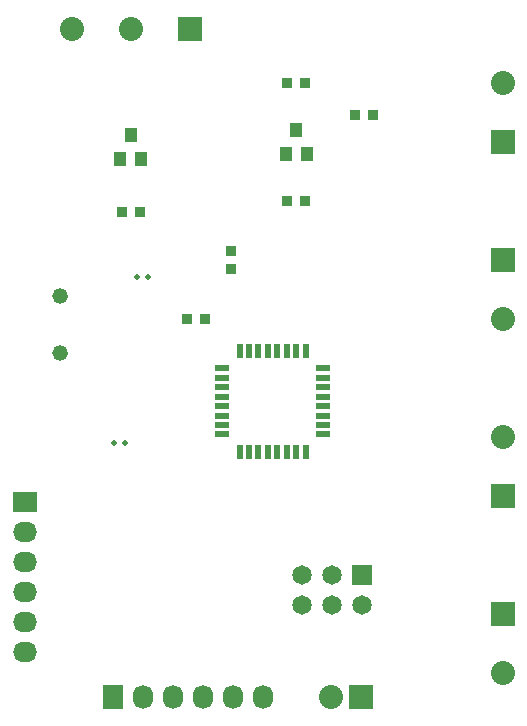
<source format=gts>
G04 #@! TF.FileFunction,Soldermask,Top*
%FSLAX46Y46*%
G04 Gerber Fmt 4.6, Leading zero omitted, Abs format (unit mm)*
G04 Created by KiCad (PCBNEW 4.0.2+dfsg1-stable) date ti. 12. des. 2017 kl. 16.44 +0100*
%MOMM*%
G01*
G04 APERTURE LIST*
%ADD10C,0.100000*%
%ADD11C,0.497840*%
%ADD12R,1.651000X1.651000*%
%ADD13C,1.651000*%
%ADD14R,2.032000X2.032000*%
%ADD15C,2.032000*%
%ADD16R,2.032000X1.727200*%
%ADD17O,2.032000X1.727200*%
%ADD18O,2.032000X2.032000*%
%ADD19R,1.727200X2.032000*%
%ADD20O,1.727200X2.032000*%
%ADD21R,1.016000X1.143000*%
%ADD22R,0.889000X0.889000*%
%ADD23R,1.270000X0.558800*%
%ADD24R,0.558800X1.270000*%
%ADD25C,1.320800*%
G04 APERTURE END LIST*
D10*
D11*
X149037720Y-94000000D03*
X149962280Y-94000000D03*
X147037720Y-108000000D03*
X147962280Y-108000000D03*
D12*
X168040000Y-119230000D03*
D13*
X165500000Y-119230000D03*
X162960000Y-119230000D03*
X162960000Y-121770000D03*
X165500000Y-121770000D03*
X168040000Y-121770000D03*
D14*
X180000000Y-82499360D03*
D15*
X180000000Y-77500640D03*
D14*
X180000000Y-112499360D03*
D15*
X180000000Y-107500640D03*
D14*
X180000000Y-92500640D03*
D15*
X180000000Y-97499360D03*
D14*
X180000000Y-122500640D03*
D15*
X180000000Y-127499360D03*
D14*
X153498720Y-73000000D03*
D15*
X148500000Y-73000000D03*
X143501280Y-73000000D03*
D16*
X139500000Y-113000000D03*
D17*
X139500000Y-115540000D03*
X139500000Y-118080000D03*
X139500000Y-120620000D03*
X139500000Y-123160000D03*
X139500000Y-125700000D03*
D14*
X168000000Y-129500000D03*
D18*
X165460000Y-129500000D03*
D19*
X147000000Y-129500000D03*
D20*
X149540000Y-129500000D03*
X152080000Y-129500000D03*
X154620000Y-129500000D03*
X157160000Y-129500000D03*
X159700000Y-129500000D03*
D21*
X147611000Y-84016000D03*
X149389000Y-84016000D03*
X148500000Y-81984000D03*
X161611000Y-83516000D03*
X163389000Y-83516000D03*
X162500000Y-81484000D03*
D22*
X163262000Y-77500000D03*
X161738000Y-77500000D03*
X167488000Y-80250000D03*
X169012000Y-80250000D03*
X147738000Y-88500000D03*
X149262000Y-88500000D03*
X157000000Y-91738000D03*
X157000000Y-93262000D03*
X161738000Y-87500000D03*
X163262000Y-87500000D03*
D23*
X156207400Y-101700920D03*
X156207400Y-102501020D03*
X156207400Y-103301120D03*
X156207400Y-104101220D03*
X156207400Y-104898780D03*
X156207400Y-105698880D03*
X156207400Y-106498980D03*
X156207400Y-107299080D03*
D24*
X157700920Y-108792600D03*
X158501020Y-108792600D03*
X159301120Y-108792600D03*
X160101220Y-108792600D03*
X160898780Y-108792600D03*
X161698880Y-108792600D03*
X162498980Y-108792600D03*
X163299080Y-108792600D03*
D23*
X164792600Y-107299080D03*
X164792600Y-106498980D03*
X164792600Y-105698880D03*
X164792600Y-104898780D03*
X164792600Y-104101220D03*
X164792600Y-103301120D03*
X164792600Y-102501020D03*
X164792600Y-101700920D03*
D24*
X163299080Y-100207400D03*
X162498980Y-100207400D03*
X161698880Y-100207400D03*
X160898780Y-100207400D03*
X160101220Y-100207400D03*
X159301120Y-100207400D03*
X158501020Y-100207400D03*
X157700920Y-100207400D03*
D25*
X142500000Y-95587000D03*
X142500000Y-100413000D03*
D22*
X154762000Y-97500000D03*
X153238000Y-97500000D03*
M02*

</source>
